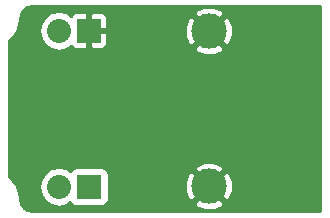
<source format=gbl>
G04 #@! TF.FileFunction,Copper,L2,Bot,Signal*
%FSLAX46Y46*%
G04 Gerber Fmt 4.6, Leading zero omitted, Abs format (unit mm)*
G04 Created by KiCad (PCBNEW 4.0.1-2.fc23-product) date Tue 19 Jan 2016 10:13:06 PM CET*
%MOMM*%
G01*
G04 APERTURE LIST*
%ADD10C,0.100000*%
%ADD11R,2.032000X2.032000*%
%ADD12O,2.032000X2.032000*%
%ADD13C,3.000000*%
%ADD14C,0.254000*%
G04 APERTURE END LIST*
D10*
D11*
X180340000Y-100076000D03*
D12*
X177800000Y-100076000D03*
D11*
X180340000Y-113284000D03*
D12*
X177800000Y-113284000D03*
D13*
X190500000Y-113250000D03*
X190500000Y-100110000D03*
D14*
G36*
X199950000Y-115368000D02*
X175583926Y-115368000D01*
X175134918Y-115278686D01*
X174813547Y-115063953D01*
X174598814Y-114742582D01*
X174495858Y-114224989D01*
X174495858Y-114161486D01*
X174375017Y-113553976D01*
X174276436Y-113315982D01*
X174269002Y-113298035D01*
X174238012Y-113251655D01*
X176149000Y-113251655D01*
X176149000Y-113316345D01*
X176274675Y-113948155D01*
X176632567Y-114483778D01*
X177168190Y-114841670D01*
X177800000Y-114967345D01*
X178431810Y-114841670D01*
X178771792Y-114614501D01*
X178859910Y-114751441D01*
X179072110Y-114896431D01*
X179324000Y-114947440D01*
X181356000Y-114947440D01*
X181591317Y-114903162D01*
X181807441Y-114764090D01*
X181847762Y-114705077D01*
X189224529Y-114705077D01*
X189390259Y-114993493D01*
X190141939Y-115285457D01*
X190948130Y-115267541D01*
X191609741Y-114993493D01*
X191775471Y-114705077D01*
X190500000Y-113429605D01*
X189224529Y-114705077D01*
X181847762Y-114705077D01*
X181952431Y-114551890D01*
X182003440Y-114300000D01*
X182003440Y-112891939D01*
X188464543Y-112891939D01*
X188482459Y-113698130D01*
X188756507Y-114359741D01*
X189044923Y-114525471D01*
X190320395Y-113250000D01*
X190679605Y-113250000D01*
X191955077Y-114525471D01*
X192243493Y-114359741D01*
X192535457Y-113608061D01*
X192517541Y-112801870D01*
X192243493Y-112140259D01*
X191955077Y-111974529D01*
X190679605Y-113250000D01*
X190320395Y-113250000D01*
X189044923Y-111974529D01*
X188756507Y-112140259D01*
X188464543Y-112891939D01*
X182003440Y-112891939D01*
X182003440Y-112268000D01*
X181959162Y-112032683D01*
X181820090Y-111816559D01*
X181788425Y-111794923D01*
X189224529Y-111794923D01*
X190500000Y-113070395D01*
X191775471Y-111794923D01*
X191609741Y-111506507D01*
X190858061Y-111214543D01*
X190051870Y-111232459D01*
X189390259Y-111506507D01*
X189224529Y-111794923D01*
X181788425Y-111794923D01*
X181607890Y-111671569D01*
X181356000Y-111620560D01*
X179324000Y-111620560D01*
X179088683Y-111664838D01*
X178872559Y-111803910D01*
X178770802Y-111952837D01*
X178431810Y-111726330D01*
X177800000Y-111600655D01*
X177168190Y-111726330D01*
X176632567Y-112084222D01*
X176274675Y-112619845D01*
X176149000Y-113251655D01*
X174238012Y-113251655D01*
X173924875Y-112783013D01*
X173728987Y-112587125D01*
X173609000Y-112506952D01*
X173609000Y-100853048D01*
X173728987Y-100772875D01*
X173924875Y-100576987D01*
X174269002Y-100061965D01*
X174276586Y-100043655D01*
X176149000Y-100043655D01*
X176149000Y-100108345D01*
X176274675Y-100740155D01*
X176632567Y-101275778D01*
X177168190Y-101633670D01*
X177800000Y-101759345D01*
X178431810Y-101633670D01*
X178859559Y-101347857D01*
X178877231Y-101390522D01*
X179025479Y-101538769D01*
X179219173Y-101619000D01*
X180081250Y-101619000D01*
X180213000Y-101487250D01*
X180213000Y-100203000D01*
X180467000Y-100203000D01*
X180467000Y-101487250D01*
X180598750Y-101619000D01*
X181460827Y-101619000D01*
X181591008Y-101565077D01*
X189224529Y-101565077D01*
X189390259Y-101853493D01*
X190141939Y-102145457D01*
X190948130Y-102127541D01*
X191609741Y-101853493D01*
X191775471Y-101565077D01*
X190500000Y-100289605D01*
X189224529Y-101565077D01*
X181591008Y-101565077D01*
X181654521Y-101538769D01*
X181802769Y-101390522D01*
X181883000Y-101196827D01*
X181883000Y-100334750D01*
X181751250Y-100203000D01*
X180467000Y-100203000D01*
X180213000Y-100203000D01*
X180193000Y-100203000D01*
X180193000Y-99949000D01*
X180213000Y-99949000D01*
X180213000Y-98664750D01*
X180467000Y-98664750D01*
X180467000Y-99949000D01*
X181751250Y-99949000D01*
X181883000Y-99817250D01*
X181883000Y-99751939D01*
X188464543Y-99751939D01*
X188482459Y-100558130D01*
X188756507Y-101219741D01*
X189044923Y-101385471D01*
X190320395Y-100110000D01*
X190679605Y-100110000D01*
X191955077Y-101385471D01*
X192243493Y-101219741D01*
X192535457Y-100468061D01*
X192517541Y-99661870D01*
X192243493Y-99000259D01*
X191955077Y-98834529D01*
X190679605Y-100110000D01*
X190320395Y-100110000D01*
X189044923Y-98834529D01*
X188756507Y-99000259D01*
X188464543Y-99751939D01*
X181883000Y-99751939D01*
X181883000Y-98955173D01*
X181802769Y-98761478D01*
X181696214Y-98654923D01*
X189224529Y-98654923D01*
X190500000Y-99930395D01*
X191775471Y-98654923D01*
X191609741Y-98366507D01*
X190858061Y-98074543D01*
X190051870Y-98092459D01*
X189390259Y-98366507D01*
X189224529Y-98654923D01*
X181696214Y-98654923D01*
X181654521Y-98613231D01*
X181460827Y-98533000D01*
X180598750Y-98533000D01*
X180467000Y-98664750D01*
X180213000Y-98664750D01*
X180081250Y-98533000D01*
X179219173Y-98533000D01*
X179025479Y-98613231D01*
X178877231Y-98761478D01*
X178859559Y-98804143D01*
X178431810Y-98518330D01*
X177800000Y-98392655D01*
X177168190Y-98518330D01*
X176632567Y-98876222D01*
X176274675Y-99411845D01*
X176149000Y-100043655D01*
X174276586Y-100043655D01*
X174320557Y-99937500D01*
X174375017Y-99806024D01*
X174495858Y-99198514D01*
X174495858Y-99135011D01*
X174598814Y-98617418D01*
X174813547Y-98296047D01*
X175134918Y-98081314D01*
X175583926Y-97992000D01*
X199950000Y-97992000D01*
X199950000Y-115368000D01*
X199950000Y-115368000D01*
G37*
X199950000Y-115368000D02*
X175583926Y-115368000D01*
X175134918Y-115278686D01*
X174813547Y-115063953D01*
X174598814Y-114742582D01*
X174495858Y-114224989D01*
X174495858Y-114161486D01*
X174375017Y-113553976D01*
X174276436Y-113315982D01*
X174269002Y-113298035D01*
X174238012Y-113251655D01*
X176149000Y-113251655D01*
X176149000Y-113316345D01*
X176274675Y-113948155D01*
X176632567Y-114483778D01*
X177168190Y-114841670D01*
X177800000Y-114967345D01*
X178431810Y-114841670D01*
X178771792Y-114614501D01*
X178859910Y-114751441D01*
X179072110Y-114896431D01*
X179324000Y-114947440D01*
X181356000Y-114947440D01*
X181591317Y-114903162D01*
X181807441Y-114764090D01*
X181847762Y-114705077D01*
X189224529Y-114705077D01*
X189390259Y-114993493D01*
X190141939Y-115285457D01*
X190948130Y-115267541D01*
X191609741Y-114993493D01*
X191775471Y-114705077D01*
X190500000Y-113429605D01*
X189224529Y-114705077D01*
X181847762Y-114705077D01*
X181952431Y-114551890D01*
X182003440Y-114300000D01*
X182003440Y-112891939D01*
X188464543Y-112891939D01*
X188482459Y-113698130D01*
X188756507Y-114359741D01*
X189044923Y-114525471D01*
X190320395Y-113250000D01*
X190679605Y-113250000D01*
X191955077Y-114525471D01*
X192243493Y-114359741D01*
X192535457Y-113608061D01*
X192517541Y-112801870D01*
X192243493Y-112140259D01*
X191955077Y-111974529D01*
X190679605Y-113250000D01*
X190320395Y-113250000D01*
X189044923Y-111974529D01*
X188756507Y-112140259D01*
X188464543Y-112891939D01*
X182003440Y-112891939D01*
X182003440Y-112268000D01*
X181959162Y-112032683D01*
X181820090Y-111816559D01*
X181788425Y-111794923D01*
X189224529Y-111794923D01*
X190500000Y-113070395D01*
X191775471Y-111794923D01*
X191609741Y-111506507D01*
X190858061Y-111214543D01*
X190051870Y-111232459D01*
X189390259Y-111506507D01*
X189224529Y-111794923D01*
X181788425Y-111794923D01*
X181607890Y-111671569D01*
X181356000Y-111620560D01*
X179324000Y-111620560D01*
X179088683Y-111664838D01*
X178872559Y-111803910D01*
X178770802Y-111952837D01*
X178431810Y-111726330D01*
X177800000Y-111600655D01*
X177168190Y-111726330D01*
X176632567Y-112084222D01*
X176274675Y-112619845D01*
X176149000Y-113251655D01*
X174238012Y-113251655D01*
X173924875Y-112783013D01*
X173728987Y-112587125D01*
X173609000Y-112506952D01*
X173609000Y-100853048D01*
X173728987Y-100772875D01*
X173924875Y-100576987D01*
X174269002Y-100061965D01*
X174276586Y-100043655D01*
X176149000Y-100043655D01*
X176149000Y-100108345D01*
X176274675Y-100740155D01*
X176632567Y-101275778D01*
X177168190Y-101633670D01*
X177800000Y-101759345D01*
X178431810Y-101633670D01*
X178859559Y-101347857D01*
X178877231Y-101390522D01*
X179025479Y-101538769D01*
X179219173Y-101619000D01*
X180081250Y-101619000D01*
X180213000Y-101487250D01*
X180213000Y-100203000D01*
X180467000Y-100203000D01*
X180467000Y-101487250D01*
X180598750Y-101619000D01*
X181460827Y-101619000D01*
X181591008Y-101565077D01*
X189224529Y-101565077D01*
X189390259Y-101853493D01*
X190141939Y-102145457D01*
X190948130Y-102127541D01*
X191609741Y-101853493D01*
X191775471Y-101565077D01*
X190500000Y-100289605D01*
X189224529Y-101565077D01*
X181591008Y-101565077D01*
X181654521Y-101538769D01*
X181802769Y-101390522D01*
X181883000Y-101196827D01*
X181883000Y-100334750D01*
X181751250Y-100203000D01*
X180467000Y-100203000D01*
X180213000Y-100203000D01*
X180193000Y-100203000D01*
X180193000Y-99949000D01*
X180213000Y-99949000D01*
X180213000Y-98664750D01*
X180467000Y-98664750D01*
X180467000Y-99949000D01*
X181751250Y-99949000D01*
X181883000Y-99817250D01*
X181883000Y-99751939D01*
X188464543Y-99751939D01*
X188482459Y-100558130D01*
X188756507Y-101219741D01*
X189044923Y-101385471D01*
X190320395Y-100110000D01*
X190679605Y-100110000D01*
X191955077Y-101385471D01*
X192243493Y-101219741D01*
X192535457Y-100468061D01*
X192517541Y-99661870D01*
X192243493Y-99000259D01*
X191955077Y-98834529D01*
X190679605Y-100110000D01*
X190320395Y-100110000D01*
X189044923Y-98834529D01*
X188756507Y-99000259D01*
X188464543Y-99751939D01*
X181883000Y-99751939D01*
X181883000Y-98955173D01*
X181802769Y-98761478D01*
X181696214Y-98654923D01*
X189224529Y-98654923D01*
X190500000Y-99930395D01*
X191775471Y-98654923D01*
X191609741Y-98366507D01*
X190858061Y-98074543D01*
X190051870Y-98092459D01*
X189390259Y-98366507D01*
X189224529Y-98654923D01*
X181696214Y-98654923D01*
X181654521Y-98613231D01*
X181460827Y-98533000D01*
X180598750Y-98533000D01*
X180467000Y-98664750D01*
X180213000Y-98664750D01*
X180081250Y-98533000D01*
X179219173Y-98533000D01*
X179025479Y-98613231D01*
X178877231Y-98761478D01*
X178859559Y-98804143D01*
X178431810Y-98518330D01*
X177800000Y-98392655D01*
X177168190Y-98518330D01*
X176632567Y-98876222D01*
X176274675Y-99411845D01*
X176149000Y-100043655D01*
X174276586Y-100043655D01*
X174320557Y-99937500D01*
X174375017Y-99806024D01*
X174495858Y-99198514D01*
X174495858Y-99135011D01*
X174598814Y-98617418D01*
X174813547Y-98296047D01*
X175134918Y-98081314D01*
X175583926Y-97992000D01*
X199950000Y-97992000D01*
X199950000Y-115368000D01*
M02*

</source>
